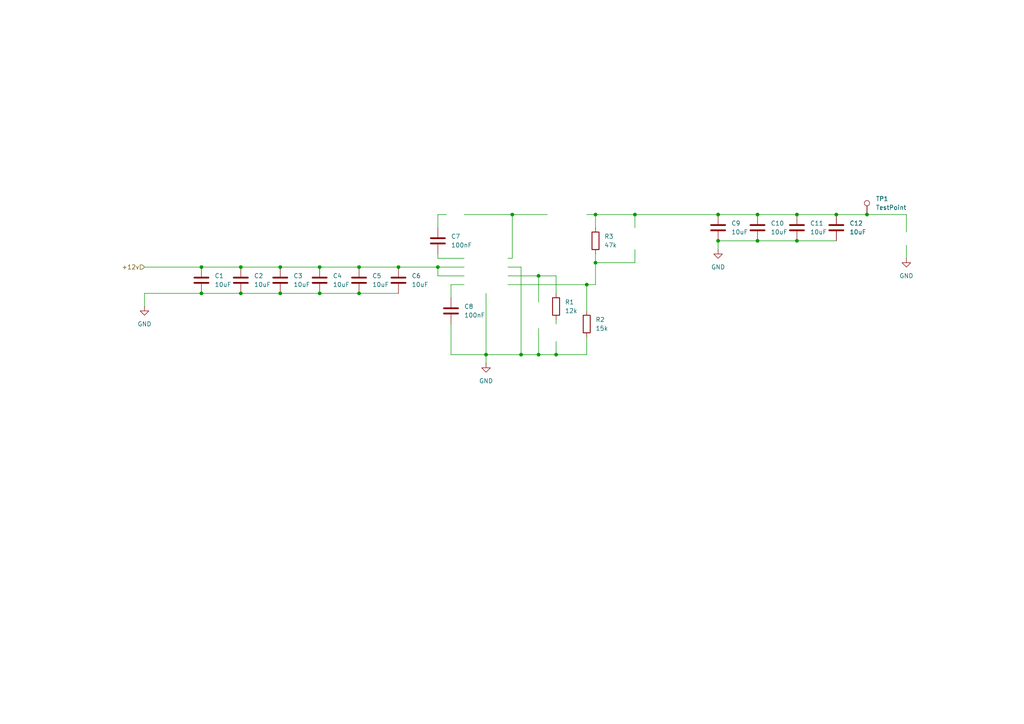
<source format=kicad_sch>
(kicad_sch (version 20250114) (generator "eeschema") (generator_version "9.0")
  (paper "A4")
  (lib_symbols
    (symbol "#dzdb:g_res/R-12k-0402" (pin_numbers (hide yes)) (pin_names (offset 0))
      (property "Reference" "R" (at 2.032 0 90))
      (property "Value" "12k" (at 0 0 90))
      (symbol "g_res/R-12k-0402_0_1"
        (rectangle (start -1.016 -2.54) (end 1.016 2.54) (stroke (width 0.254)))
      )
      (symbol "g_res/R-12k-0402_1_1"
        (pin passive line (at 0 3.81 270) (length 1.27) (name "~") (number "1"))
        (pin passive line (at 0 -3.81 90) (length 1.27) (name "~") (number "2"))
      )
    )
    (symbol "#dzdb:g_res/R-15K-0201" (pin_numbers (hide yes)) (pin_names (offset 0))
      (property "Reference" "R" (at 2.032 0 90))
      (property "Value" "15k" (at 0 0 90))
      (symbol "g_res/R-15K-0201_0_1"
        (rectangle (start -1.016 -2.54) (end 1.016 2.54) (stroke (width 0.254)))
      )
      (symbol "g_res/R-15K-0201_1_1"
        (pin passive line (at 0 3.81 270) (length 1.27) (name "~") (number "1"))
        (pin passive line (at 0 -3.81 90) (length 1.27) (name "~") (number "2"))
      )
    )
    (symbol "#dzdb:g_res/R-47K-0201" (pin_numbers (hide yes)) (pin_names (offset 0))
      (property "Reference" "R" (at 2.032 0 90))
      (property "Value" "47k" (at 0 0 90))
      (symbol "g_res/R-47K-0201_0_1"
        (rectangle (start -1.016 -2.54) (end 1.016 2.54) (stroke (width 0.254)))
      )
      (symbol "g_res/R-47K-0201_1_1"
        (pin passive line (at 0 3.81 270) (length 1.27) (name "~") (number "1"))
        (pin passive line (at 0 -3.81 90) (length 1.27) (name "~") (number "2"))
      )
    )
    (symbol "#dzdb:s_cap/C-MUR-GRM155R62A104KE14" (pin_numbers (hide yes)) (pin_names (offset 0.254))
      (property "Reference" "C" (at 0.635 2.54 0))
      (property "Value" "100nF" (at 0.635 -2.54 0))
      (symbol "s_cap/C-MUR-GRM155R62A104KE14_0_1"
        (polyline (pts (xy -2.032 0.762) (xy 2.032 0.762)) (stroke (width 0.508)))
        (polyline (pts (xy -2.032 -0.762) (xy 2.032 -0.762)) (stroke (width 0.508)))
      )
      (symbol "s_cap/C-MUR-GRM155R62A104KE14_1_1"
        (pin passive line (at 0 3.81 270) (length 2.794) (name "~") (number "1"))
        (pin passive line (at 0 -3.81 90) (length 2.794) (name "~") (number "2"))
      )
    )
    (symbol "#dzdb:s_cap/C-MUR-GRM32EC72A106KE05" (pin_numbers (hide yes)) (pin_names (offset 0.254))
      (property "Reference" "C" (at 0.635 2.54 0))
      (property "Value" "10uF" (at 0.635 -2.54 0))
      (symbol "s_cap/C-MUR-GRM32EC72A106KE05_0_1"
        (polyline (pts (xy -2.032 0.762) (xy 2.032 0.762)) (stroke (width 0.508)))
        (polyline (pts (xy -2.032 -0.762) (xy 2.032 -0.762)) (stroke (width 0.508)))
      )
      (symbol "s_cap/C-MUR-GRM32EC72A106KE05_1_1"
        (pin passive line (at 0 3.81 270) (length 2.794) (name "~") (number "1"))
        (pin passive line (at 0 -3.81 90) (length 2.794) (name "~") (number "2"))
      )
    )
    (symbol "Connector:TestPoint" (pin_numbers (hide yes)) (pin_names (offset 0.762) (hide yes))
      (property "Reference" "TP" (at 0 6.858 0))
      (property "Value" "TestPoint" (at 0 5.08 0))
      (symbol "TestPoint_0_1"
        (circle (center 0 3.302) (radius 0.762))
      )
      (symbol "TestPoint_1_1"
        (pin passive line (at 0 0 90) (length 2.54) (name "1") (number "1"))
      )
    )
    (symbol "power:GND" (power) (pin_numbers (hide yes)) (pin_names (offset 0) (hide yes))
      (property "Value" "GND" (at 0 -3.81 0))
      (symbol "GND_0_1"
        (polyline (pts (xy 0 0) (xy 0 -1.27) (xy 1.27 -1.27) (xy 0 -2.54) (xy -1.27 -1.27) (xy 0 -1.27)))
      )
      (symbol "GND_1_1"
        (pin power_in line (at 0 0 270) (length 0) (name "~") (number "1"))
      )
    )
  )
  (junction (at 172.72 76.2))
  (junction (at 156.21 80.01))
  (junction (at 58.42 85.09))
  (junction (at 231.14 69.85))
  (junction (at 242.57 62.23))
  (junction (at 81.28 85.09))
  (junction (at 184.15 62.23))
  (junction (at 58.42 77.47))
  (junction (at 170.18 82.55))
  (junction (at 208.28 62.23))
  (junction (at 92.71 77.47))
  (junction (at 69.85 85.09))
  (junction (at 148.59 62.23))
  (junction (at 231.14 62.23))
  (junction (at 251.46 62.23))
  (junction (at 81.28 77.47))
  (junction (at 151.13 102.87))
  (junction (at 115.57 77.47))
  (junction (at 92.71 85.09))
  (junction (at 104.14 85.09))
  (junction (at 208.28 69.85))
  (junction (at 69.85 77.47))
  (junction (at 156.21 102.87))
  (junction (at 172.72 62.23))
  (junction (at 219.71 69.85))
  (junction (at 140.97 102.87))
  (junction (at 161.29 102.87))
  (junction (at 219.71 62.23))
  (junction (at 104.14 77.47))
  (junction (at 127 77.47))
  (wire (pts (xy 58.42 85.09) (xy 69.85 85.09)))
  (wire (pts (xy 104.14 85.09) (xy 115.57 85.09)))
  (wire (pts (xy 231.14 69.85) (xy 242.57 69.85)))
  (wire (pts (xy 156.21 80.01) (xy 161.29 80.01)))
  (wire (pts (xy 161.29 99.06) (xy 161.29 102.87)))
  (wire (pts (xy 134.62 62.23) (xy 148.59 62.23)))
  (wire (pts (xy 172.72 62.23) (xy 184.15 62.23)))
  (wire (pts (xy 172.72 73.66) (xy 172.72 76.2)))
  (wire (pts (xy 262.89 71.12) (xy 262.89 74.93)))
  (wire (pts (xy 130.81 93.98) (xy 130.81 102.87)))
  (wire (pts (xy 172.72 76.2) (xy 184.15 76.2)))
  (wire (pts (xy 161.29 80.01) (xy 161.29 85.09)))
  (wire (pts (xy 147.32 80.01) (xy 156.21 80.01)))
  (wire (pts (xy 115.57 77.47) (xy 127 77.47)))
  (wire (pts (xy 184.15 72.39) (xy 184.15 76.2)))
  (wire (pts (xy 134.62 74.93) (xy 127 74.93)))
  (wire (pts (xy 172.72 76.2) (xy 172.72 82.55)))
  (wire (pts (xy 170.18 62.23) (xy 172.72 62.23)))
  (wire (pts (xy 127 77.47) (xy 134.62 77.47)))
  (wire (pts (xy 156.21 102.87) (xy 161.29 102.87)))
  (wire (pts (xy 170.18 82.55) (xy 172.72 82.55)))
  (wire (pts (xy 104.14 77.47) (xy 115.57 77.47)))
  (wire (pts (xy 58.42 85.09) (xy 41.91 85.09)))
  (wire (pts (xy 130.81 102.87) (xy 140.97 102.87)))
  (wire (pts (xy 231.14 62.23) (xy 242.57 62.23)))
  (wire (pts (xy 41.91 85.09) (xy 41.91 88.9)))
  (wire (pts (xy 134.62 82.55) (xy 130.81 82.55)))
  (wire (pts (xy 127 66.04) (xy 127 62.23)))
  (wire (pts (xy 81.28 77.47) (xy 92.71 77.47)))
  (wire (pts (xy 147.32 74.93) (xy 148.59 74.93)))
  (wire (pts (xy 140.97 102.87) (xy 151.13 102.87)))
  (wire (pts (xy 148.59 62.23) (xy 158.75 62.23)))
  (wire (pts (xy 184.15 66.04) (xy 184.15 62.23)))
  (wire (pts (xy 208.28 69.85) (xy 208.28 72.39)))
  (wire (pts (xy 161.29 102.87) (xy 170.18 102.87)))
  (wire (pts (xy 161.29 92.71) (xy 161.29 93.98)))
  (wire (pts (xy 92.71 85.09) (xy 104.14 85.09)))
  (wire (pts (xy 172.72 62.23) (xy 172.72 66.04)))
  (wire (pts (xy 130.81 82.55) (xy 130.81 86.36)))
  (wire (pts (xy 208.28 69.85) (xy 219.71 69.85)))
  (wire (pts (xy 219.71 62.23) (xy 231.14 62.23)))
  (wire (pts (xy 151.13 77.47) (xy 151.13 102.87)))
  (wire (pts (xy 127 73.66) (xy 127 74.93)))
  (wire (pts (xy 140.97 85.09) (xy 140.97 102.87)))
  (wire (pts (xy 69.85 85.09) (xy 81.28 85.09)))
  (wire (pts (xy 219.71 69.85) (xy 231.14 69.85)))
  (wire (pts (xy 69.85 77.47) (xy 81.28 77.47)))
  (wire (pts (xy 41.91 77.47) (xy 58.42 77.47)))
  (wire (pts (xy 184.15 62.23) (xy 208.28 62.23)))
  (wire (pts (xy 92.71 77.47) (xy 104.14 77.47)))
  (wire (pts (xy 208.28 62.23) (xy 219.71 62.23)))
  (wire (pts (xy 170.18 82.55) (xy 170.18 90.17)))
  (wire (pts (xy 147.32 77.47) (xy 151.13 77.47)))
  (wire (pts (xy 147.32 82.55) (xy 170.18 82.55)))
  (wire (pts (xy 127 77.47) (xy 127 80.01)))
  (wire (pts (xy 140.97 102.87) (xy 140.97 105.41)))
  (wire (pts (xy 242.57 62.23) (xy 251.46 62.23)))
  (wire (pts (xy 156.21 80.01) (xy 156.21 87.63)))
  (wire (pts (xy 251.46 62.23) (xy 262.89 62.23)))
  (wire (pts (xy 151.13 102.87) (xy 156.21 102.87)))
  (wire (pts (xy 170.18 97.79) (xy 170.18 102.87)))
  (wire (pts (xy 127 62.23) (xy 129.54 62.23)))
  (wire (pts (xy 81.28 85.09) (xy 92.71 85.09)))
  (wire (pts (xy 262.89 62.23) (xy 262.89 67.31)))
  (wire (pts (xy 156.21 95.25) (xy 156.21 102.87)))
  (wire (pts (xy 148.59 62.23) (xy 148.59 74.93)))
  (wire (pts (xy 58.42 77.47) (xy 69.85 77.47)))
  (wire (pts (xy 127 80.01) (xy 134.62 80.01)))
  (hierarchical_label "+12v" (shape input) (at 41.91 77.47 180))
  (symbol (lib_id "#dzdb:g_res/R-15K-0201") (at 170.18 93.98 0) (unit 1)
    (property "Reference" "R2" (at 172.72 92.7099 0) (effects (justify left)))
    (property "Value" "15k" (at 172.72 95.2499 0) (effects (justify left)))
    (property "Footprint" "Resistor_SMD:R_0201_0603Metric" (effects (hide yes)))
    (property "Datasheet" "https://industrial.panasonic.com/ww/products/pt/general-purpose-chip-resistors/models/ERJ1GJF1502C" (effects (hide yes)))
    (property "Description" "Res 15 kΩ 0201 0.05W Thick Film ±1%" (effects (hide yes)))
    (property "IPN" "R-15K-0201" (effects (hide yes)))
    (property "MPN" "ERJ-1GJF1502C" (effects (hide yes)))
    (property "Manufacturer" "Panasonic" (effects (hide yes)))
    (property "Resistance" "15k" (effects (hide yes)))
    (property "Power" "0.05W" (effects (hide yes)))
    (property "Material" "Thick Film" (effects (hide yes)))
    (property "Tolerance" "1%" (effects (hide yes)))
    (property "Supplier" "Mouser" (effects (hide yes)))
    (property "SPN" "667-ERJ-1GJF1502C" (effects (hide yes)))
    (property "LCSC" "C20021134" (effects (hide yes)))
    (property "Comment" "lifecycle=Active;note=AEC-Q200 compliant;TCR=±200ppm/°C" (effects (hide yes)))
  )
  (symbol (lib_id "#dzdb:s_cap/C-MUR-GRM32EC72A106KE05") (at 231.14 66.04 0) (unit 1)
    (property "Reference" "C11" (at 234.95 64.7699 0) (effects (justify left)))
    (property "Value" "10uF" (at 234.95 67.3099 0) (effects (justify left)))
    (property "Footprint" "Capacitor_SMD:C_1210_3225Metric" (effects (hide yes)))
    (property "Datasheet" "https://www.murata.com/products/productdetail?partno=GRM32EC72A106KE05K" (effects (hide yes)))
    (property "Description" "Cap 10µF 100V 1210 X7R ±10%" (effects (hide yes)))
    (property "IPN" "C-MUR-GRM32EC72A106KE05" (effects (hide yes)))
    (property "MPN" "GRM32EC72A106KE05" (effects (hide yes)))
    (property "Manufacturer" "Murata Electronics" (effects (hide yes)))
    (property "Capacitance" "10uF" (effects (hide yes)))
    (property "Voltage" "100V" (effects (hide yes)))
    (property "Material" "X7R" (effects (hide yes)))
    (property "Tolerance" "10%" (effects (hide yes)))
    (property "Supplier" "Mouser" (effects (hide yes)))
    (property "SPN" "81-GRM32EC72A106KE5K" (effects (hide yes)))
    (property "LCSC" "C5444485" (effects (hide yes)))
    (property "Comment" "lifecycle=Active; Alternative part: Samsung CL32Y106KCVZNW (almost identical specs)" (effects (hide yes)))
  )
  (symbol (lib_id "#dzdb:g_res/R-47K-0201") (at 172.72 69.85 0) (unit 1)
    (property "Reference" "R3" (at 175.26 68.5799 0) (effects (justify left)))
    (property "Value" "47k" (at 175.26 71.1199 0) (effects (justify left)))
    (property "Footprint" "Resistor_SMD:R_0201_0603Metric" (effects (hide yes)))
    (property "Datasheet" "https://industrial.panasonic.com/ww/products/pt/general-purpose-chip-resistors/models/ERJ1GJF4702C" (effects (hide yes)))
    (property "Description" "Res 47 kΩ 0201 0.05W Thick Film ±1%" (effects (hide yes)))
    (property "IPN" "R-47K-0201" (effects (hide yes)))
    (property "MPN" "ERJ-1GJF4702C" (effects (hide yes)))
    (property "Manufacturer" "Panasonic" (effects (hide yes)))
    (property "Resistance" "47k" (effects (hide yes)))
    (property "Power" "0.05W" (effects (hide yes)))
    (property "Material" "Thick Film" (effects (hide yes)))
    (property "Tolerance" "1%" (effects (hide yes)))
    (property "Supplier" "Mouser" (effects (hide yes)))
    (property "SPN" "667-ERJ-1GJF4702C" (effects (hide yes)))
    (property "LCSC" "C20021680" (effects (hide yes)))
    (property "Comment" "lifecycle=Active;note=AEC-Q200 compliant;TCR=±200ppm/°C" (effects (hide yes)))
  )
  (symbol (lib_id "#dzdb:s_cap/C-MUR-GRM32EC72A106KE05") (at 242.57 66.04 0) (unit 1)
    (property "Reference" "C12" (at 246.38 64.7699 0) (effects (justify left)))
    (property "Value" "10uF" (at 246.38 67.3099 0) (effects (justify left)))
    (property "Footprint" "Capacitor_SMD:C_1210_3225Metric" (effects (hide yes)))
    (property "Datasheet" "https://www.murata.com/products/productdetail?partno=GRM32EC72A106KE05K" (effects (hide yes)))
    (property "Description" "Cap 10µF 100V 1210 X7R ±10%" (effects (hide yes)))
    (property "IPN" "C-MUR-GRM32EC72A106KE05" (effects (hide yes)))
    (property "MPN" "GRM32EC72A106KE05" (effects (hide yes)))
    (property "Manufacturer" "Murata Electronics" (effects (hide yes)))
    (property "Capacitance" "10uF" (effects (hide yes)))
    (property "Voltage" "100V" (effects (hide yes)))
    (property "Material" "X7R" (effects (hide yes)))
    (property "Tolerance" "10%" (effects (hide yes)))
    (property "Supplier" "Mouser" (effects (hide yes)))
    (property "SPN" "81-GRM32EC72A106KE5K" (effects (hide yes)))
    (property "LCSC" "C5444485" (effects (hide yes)))
    (property "Comment" "lifecycle=Active; Alternative part: Samsung CL32Y106KCVZNW (almost identical specs)" (effects (hide yes)))
  )
  (symbol (lib_id "Connector:TestPoint") (at 251.46 62.23 0) (unit 1)
    (property "Reference" "TP1" (at 254 57.6579 0) (effects (justify left)))
    (property "Value" "TestPoint" (at 254 60.1979 0) (effects (justify left)))
    (property "Description" "test point" (effects (hide yes)))
  )
  (symbol (lib_id "power:GND") (at 262.89 74.93 0) (unit 1)
    (property "Reference" "#PWR04" (effects (hide yes)))
    (property "Value" "GND" (at 262.89 80.01 0))
    (property "Description" "Power symbol creates a global label with name \"GND\" , ground" (effects (hide yes)))
  )
  (symbol (lib_id "#dzdb:g_res/R-12k-0402") (at 161.29 88.9 0) (unit 1)
    (property "Reference" "R1" (at 163.83 87.6299 0) (effects (justify left)))
    (property "Value" "12k" (at 163.83 90.1699 0) (effects (justify left)))
    (property "Footprint" "Resistor_SMD:R_0402_1005Metric" (effects (hide yes)))
    (property "Datasheet" "https://industrial.panasonic.com/ww/products/pt/general-purpose-chip-resistors/models/ERJ2RKF1202X" (effects (hide yes)))
    (property "Description" "Res 12kΩ 0.1W 0402 Thick Film 1%" (effects (hide yes)))
    (property "IPN" "R-12k-0402" (effects (hide yes)))
    (property "MPN" "ERJ-2RKF1202X" (effects (hide yes)))
    (property "Manufacturer" "Panasonic" (effects (hide yes)))
    (property "Resistance" "12k" (effects (hide yes)))
    (property "Power" "0.1W" (effects (hide yes)))
    (property "Material" "Thick Film" (effects (hide yes)))
    (property "Tolerance" "1%" (effects (hide yes)))
    (property "Supplier" "Mouser" (effects (hide yes)))
    (property "SPN" "667-ERJ-2RKF1202X" (effects (hide yes)))
    (property "LCSC" "C413095" (effects (hide yes)))
    (property "Comment" "lifecycle=Active; TCR=±100ppm/°C" (effects (hide yes)))
  )
  (symbol (lib_id "#dzdb:s_cap/C-MUR-GRM32EC72A106KE05") (at 208.28 66.04 0) (unit 1)
    (property "Reference" "C9" (at 212.09 64.7699 0) (effects (justify left)))
    (property "Value" "10uF" (at 212.09 67.3099 0) (effects (justify left)))
    (property "Footprint" "Capacitor_SMD:C_1210_3225Metric" (effects (hide yes)))
    (property "Datasheet" "https://www.murata.com/products/productdetail?partno=GRM32EC72A106KE05K" (effects (hide yes)))
    (property "Description" "Cap 10µF 100V 1210 X7R ±10%" (effects (hide yes)))
    (property "IPN" "C-MUR-GRM32EC72A106KE05" (effects (hide yes)))
    (property "MPN" "GRM32EC72A106KE05" (effects (hide yes)))
    (property "Manufacturer" "Murata Electronics" (effects (hide yes)))
    (property "Capacitance" "10uF" (effects (hide yes)))
    (property "Voltage" "100V" (effects (hide yes)))
    (property "Material" "X7R" (effects (hide yes)))
    (property "Tolerance" "10%" (effects (hide yes)))
    (property "Supplier" "Mouser" (effects (hide yes)))
    (property "SPN" "81-GRM32EC72A106KE5K" (effects (hide yes)))
    (property "LCSC" "C5444485" (effects (hide yes)))
    (property "Comment" "lifecycle=Active; Alternative part: Samsung CL32Y106KCVZNW (almost identical specs)" (effects (hide yes)))
  )
  (symbol (lib_id "#dzdb:s_cap/C-MUR-GRM32EC72A106KE05") (at 81.28 81.28 0) (unit 1)
    (property "Reference" "C3" (at 85.09 80.0099 0) (effects (justify left)))
    (property "Value" "10uF" (at 85.09 82.5499 0) (effects (justify left)))
    (property "Footprint" "Capacitor_SMD:C_1210_3225Metric" (effects (hide yes)))
    (property "Datasheet" "https://www.murata.com/products/productdetail?partno=GRM32EC72A106KE05K" (effects (hide yes)))
    (property "Description" "Cap 10µF 100V 1210 X7R ±10%" (effects (hide yes)))
    (property "IPN" "C-MUR-GRM32EC72A106KE05" (effects (hide yes)))
    (property "MPN" "GRM32EC72A106KE05" (effects (hide yes)))
    (property "Manufacturer" "Murata Electronics" (effects (hide yes)))
    (property "Capacitance" "10uF" (effects (hide yes)))
    (property "Voltage" "100V" (effects (hide yes)))
    (property "Material" "X7R" (effects (hide yes)))
    (property "Tolerance" "10%" (effects (hide yes)))
    (property "Supplier" "Mouser" (effects (hide yes)))
    (property "SPN" "81-GRM32EC72A106KE5K" (effects (hide yes)))
    (property "LCSC" "C5444485" (effects (hide yes)))
    (property "Comment" "lifecycle=Active; Alternative part: Samsung CL32Y106KCVZNW (almost identical specs)" (effects (hide yes)))
  )
  (symbol (lib_id "#dzdb:s_cap/C-MUR-GRM32EC72A106KE05") (at 115.57 81.28 0) (unit 1)
    (property "Reference" "C6" (at 119.38 80.0099 0) (effects (justify left)))
    (property "Value" "10uF" (at 119.38 82.5499 0) (effects (justify left)))
    (property "Footprint" "Capacitor_SMD:C_1210_3225Metric" (effects (hide yes)))
    (property "Datasheet" "https://www.murata.com/products/productdetail?partno=GRM32EC72A106KE05K" (effects (hide yes)))
    (property "Description" "Cap 10µF 100V 1210 X7R ±10%" (effects (hide yes)))
    (property "IPN" "C-MUR-GRM32EC72A106KE05" (effects (hide yes)))
    (property "MPN" "GRM32EC72A106KE05" (effects (hide yes)))
    (property "Manufacturer" "Murata Electronics" (effects (hide yes)))
    (property "Capacitance" "10uF" (effects (hide yes)))
    (property "Voltage" "100V" (effects (hide yes)))
    (property "Material" "X7R" (effects (hide yes)))
    (property "Tolerance" "10%" (effects (hide yes)))
    (property "Supplier" "Mouser" (effects (hide yes)))
    (property "SPN" "81-GRM32EC72A106KE5K" (effects (hide yes)))
    (property "LCSC" "C5444485" (effects (hide yes)))
    (property "Comment" "lifecycle=Active; Alternative part: Samsung CL32Y106KCVZNW (almost identical specs)" (effects (hide yes)))
  )
  (symbol (lib_id "#dzdb:s_cap/C-MUR-GRM155R62A104KE14") (at 130.81 90.17 0) (unit 1)
    (property "Reference" "C8" (at 134.62 88.8999 0) (effects (justify left)))
    (property "Value" "100nF" (at 134.62 91.4399 0) (effects (justify left)))
    (property "Footprint" "Capacitor_SMD:C_0402_1005Metric" (effects (hide yes)))
    (property "Datasheet" "https://www.murata.com/products/productdetail?partno=GRM155R62A104KE14D" (effects (hide yes)))
    (property "Description" "Cap 100nF 100V 0402 X6S ±10%" (effects (hide yes)))
    (property "IPN" "C-MUR-GRM155R62A104KE14" (effects (hide yes)))
    (property "MPN" "GRM155R62A104KE14" (effects (hide yes)))
    (property "Manufacturer" "Murata Electronics" (effects (hide yes)))
    (property "Capacitance" "100nF" (effects (hide yes)))
    (property "Voltage" "100V" (effects (hide yes)))
    (property "Material" "X6S" (effects (hide yes)))
    (property "Tolerance" "10%" (effects (hide yes)))
    (property "Supplier" "Mouser" (effects (hide yes)))
    (property "SPN" "81-GRM155R62A104KE4D" (effects (hide yes)))
    (property "LCSC" "C162178" (effects (hide yes)))
    (property "Comment" "lifecycle=Active; High voltage capacitor" (effects (hide yes)))
  )
  (symbol (lib_id "#dzdb:s_cap/C-MUR-GRM155R62A104KE14") (at 127 69.85 0) (unit 1)
    (property "Reference" "C7" (at 130.81 68.5799 0) (effects (justify left)))
    (property "Value" "100nF" (at 130.81 71.1199 0) (effects (justify left)))
    (property "Footprint" "Capacitor_SMD:C_0402_1005Metric" (effects (hide yes)))
    (property "Datasheet" "https://www.murata.com/products/productdetail?partno=GRM155R62A104KE14D" (effects (hide yes)))
    (property "Description" "Cap 100nF 100V 0402 X6S ±10%" (effects (hide yes)))
    (property "IPN" "C-MUR-GRM155R62A104KE14" (effects (hide yes)))
    (property "MPN" "GRM155R62A104KE14" (effects (hide yes)))
    (property "Manufacturer" "Murata Electronics" (effects (hide yes)))
    (property "Capacitance" "100nF" (effects (hide yes)))
    (property "Voltage" "100V" (effects (hide yes)))
    (property "Material" "X6S" (effects (hide yes)))
    (property "Tolerance" "10%" (effects (hide yes)))
    (property "Supplier" "Mouser" (effects (hide yes)))
    (property "SPN" "81-GRM155R62A104KE4D" (effects (hide yes)))
    (property "LCSC" "C162178" (effects (hide yes)))
    (property "Comment" "lifecycle=Active; High voltage capacitor" (effects (hide yes)))
  )
  (symbol (lib_id "#dzdb:s_cap/C-MUR-GRM32EC72A106KE05") (at 69.85 81.28 0) (unit 1)
    (property "Reference" "C2" (at 73.66 80.0099 0) (effects (justify left)))
    (property "Value" "10uF" (at 73.66 82.5499 0) (effects (justify left)))
    (property "Footprint" "Capacitor_SMD:C_1210_3225Metric" (effects (hide yes)))
    (property "Datasheet" "https://www.murata.com/products/productdetail?partno=GRM32EC72A106KE05K" (effects (hide yes)))
    (property "Description" "Cap 10µF 100V 1210 X7R ±10%" (effects (hide yes)))
    (property "IPN" "C-MUR-GRM32EC72A106KE05" (effects (hide yes)))
    (property "MPN" "GRM32EC72A106KE05" (effects (hide yes)))
    (property "Manufacturer" "Murata Electronics" (effects (hide yes)))
    (property "Capacitance" "10uF" (effects (hide yes)))
    (property "Voltage" "100V" (effects (hide yes)))
    (property "Material" "X7R" (effects (hide yes)))
    (property "Tolerance" "10%" (effects (hide yes)))
    (property "Supplier" "Mouser" (effects (hide yes)))
    (property "SPN" "81-GRM32EC72A106KE5K" (effects (hide yes)))
    (property "LCSC" "C5444485" (effects (hide yes)))
    (property "Comment" "lifecycle=Active; Alternative part: Samsung CL32Y106KCVZNW (almost identical specs)" (effects (hide yes)))
  )
  (symbol (lib_id "power:GND") (at 41.91 88.9 0) (unit 1)
    (property "Reference" "#PWR01" (effects (hide yes)))
    (property "Value" "GND" (at 41.91 93.98 0))
    (property "Description" "Power symbol creates a global label with name \"GND\" , ground" (effects (hide yes)))
  )
  (symbol (lib_id "#dzdb:s_cap/C-MUR-GRM32EC72A106KE05") (at 92.71 81.28 0) (unit 1)
    (property "Reference" "C4" (at 96.52 80.0099 0) (effects (justify left)))
    (property "Value" "10uF" (at 96.52 82.5499 0) (effects (justify left)))
    (property "Footprint" "Capacitor_SMD:C_1210_3225Metric" (effects (hide yes)))
    (property "Datasheet" "https://www.murata.com/products/productdetail?partno=GRM32EC72A106KE05K" (effects (hide yes)))
    (property "Description" "Cap 10µF 100V 1210 X7R ±10%" (effects (hide yes)))
    (property "IPN" "C-MUR-GRM32EC72A106KE05" (effects (hide yes)))
    (property "MPN" "GRM32EC72A106KE05" (effects (hide yes)))
    (property "Manufacturer" "Murata Electronics" (effects (hide yes)))
    (property "Capacitance" "10uF" (effects (hide yes)))
    (property "Voltage" "100V" (effects (hide yes)))
    (property "Material" "X7R" (effects (hide yes)))
    (property "Tolerance" "10%" (effects (hide yes)))
    (property "Supplier" "Mouser" (effects (hide yes)))
    (property "SPN" "81-GRM32EC72A106KE5K" (effects (hide yes)))
    (property "LCSC" "C5444485" (effects (hide yes)))
    (property "Comment" "lifecycle=Active; Alternative part: Samsung CL32Y106KCVZNW (almost identical specs)" (effects (hide yes)))
  )
  (symbol (lib_id "#dzdb:s_cap/C-MUR-GRM32EC72A106KE05") (at 104.14 81.28 0) (unit 1)
    (property "Reference" "C5" (at 107.95 80.0099 0) (effects (justify left)))
    (property "Value" "10uF" (at 107.95 82.5499 0) (effects (justify left)))
    (property "Footprint" "Capacitor_SMD:C_1210_3225Metric" (effects (hide yes)))
    (property "Datasheet" "https://www.murata.com/products/productdetail?partno=GRM32EC72A106KE05K" (effects (hide yes)))
    (property "Description" "Cap 10µF 100V 1210 X7R ±10%" (effects (hide yes)))
    (property "IPN" "C-MUR-GRM32EC72A106KE05" (effects (hide yes)))
    (property "MPN" "GRM32EC72A106KE05" (effects (hide yes)))
    (property "Manufacturer" "Murata Electronics" (effects (hide yes)))
    (property "Capacitance" "10uF" (effects (hide yes)))
    (property "Voltage" "100V" (effects (hide yes)))
    (property "Material" "X7R" (effects (hide yes)))
    (property "Tolerance" "10%" (effects (hide yes)))
    (property "Supplier" "Mouser" (effects (hide yes)))
    (property "SPN" "81-GRM32EC72A106KE5K" (effects (hide yes)))
    (property "LCSC" "C5444485" (effects (hide yes)))
    (property "Comment" "lifecycle=Active; Alternative part: Samsung CL32Y106KCVZNW (almost identical specs)" (effects (hide yes)))
  )
  (symbol (lib_id "power:GND") (at 140.97 105.41 0) (unit 1)
    (property "Reference" "#PWR02" (effects (hide yes)))
    (property "Value" "GND" (at 140.97 110.49 0))
    (property "Description" "Power symbol creates a global label with name \"GND\" , ground" (effects (hide yes)))
  )
  (symbol (lib_id "#dzdb:s_cap/C-MUR-GRM32EC72A106KE05") (at 219.71 66.04 0) (unit 1)
    (property "Reference" "C10" (at 223.52 64.7699 0) (effects (justify left)))
    (property "Value" "10uF" (at 223.52 67.3099 0) (effects (justify left)))
    (property "Footprint" "Capacitor_SMD:C_1210_3225Metric" (effects (hide yes)))
    (property "Datasheet" "https://www.murata.com/products/productdetail?partno=GRM32EC72A106KE05K" (effects (hide yes)))
    (property "Description" "Cap 10µF 100V 1210 X7R ±10%" (effects (hide yes)))
    (property "IPN" "C-MUR-GRM32EC72A106KE05" (effects (hide yes)))
    (property "MPN" "GRM32EC72A106KE05" (effects (hide yes)))
    (property "Manufacturer" "Murata Electronics" (effects (hide yes)))
    (property "Capacitance" "10uF" (effects (hide yes)))
    (property "Voltage" "100V" (effects (hide yes)))
    (property "Material" "X7R" (effects (hide yes)))
    (property "Tolerance" "10%" (effects (hide yes)))
    (property "Supplier" "Mouser" (effects (hide yes)))
    (property "SPN" "81-GRM32EC72A106KE5K" (effects (hide yes)))
    (property "LCSC" "C5444485" (effects (hide yes)))
    (property "Comment" "lifecycle=Active; Alternative part: Samsung CL32Y106KCVZNW (almost identical specs)" (effects (hide yes)))
  )
  (symbol (lib_id "power:GND") (at 208.28 72.39 0) (unit 1)
    (property "Reference" "#PWR03" (effects (hide yes)))
    (property "Value" "GND" (at 208.28 77.47 0))
    (property "Description" "Power symbol creates a global label with name \"GND\" , ground" (effects (hide yes)))
  )
  (symbol (lib_id "#dzdb:s_cap/C-MUR-GRM32EC72A106KE05") (at 58.42 81.28 0) (unit 1)
    (property "Reference" "C1" (at 62.23 80.0099 0) (effects (justify left)))
    (property "Value" "10uF" (at 62.23 82.5499 0) (effects (justify left)))
    (property "Footprint" "Capacitor_SMD:C_1210_3225Metric" (effects (hide yes)))
    (property "Datasheet" "https://www.murata.com/products/productdetail?partno=GRM32EC72A106KE05K" (effects (hide yes)))
    (property "Description" "Cap 10µF 100V 1210 X7R ±10%" (effects (hide yes)))
    (property "IPN" "C-MUR-GRM32EC72A106KE05" (effects (hide yes)))
    (property "MPN" "GRM32EC72A106KE05" (effects (hide yes)))
    (property "Manufacturer" "Murata Electronics" (effects (hide yes)))
    (property "Capacitance" "10uF" (effects (hide yes)))
    (property "Voltage" "100V" (effects (hide yes)))
    (property "Material" "X7R" (effects (hide yes)))
    (property "Tolerance" "10%" (effects (hide yes)))
    (property "Supplier" "Mouser" (effects (hide yes)))
    (property "SPN" "81-GRM32EC72A106KE5K" (effects (hide yes)))
    (property "LCSC" "C5444485" (effects (hide yes)))
    (property "Comment" "lifecycle=Active; Alternative part: Samsung CL32Y106KCVZNW (almost identical specs)" (effects (hide yes)))
  )
)
</source>
